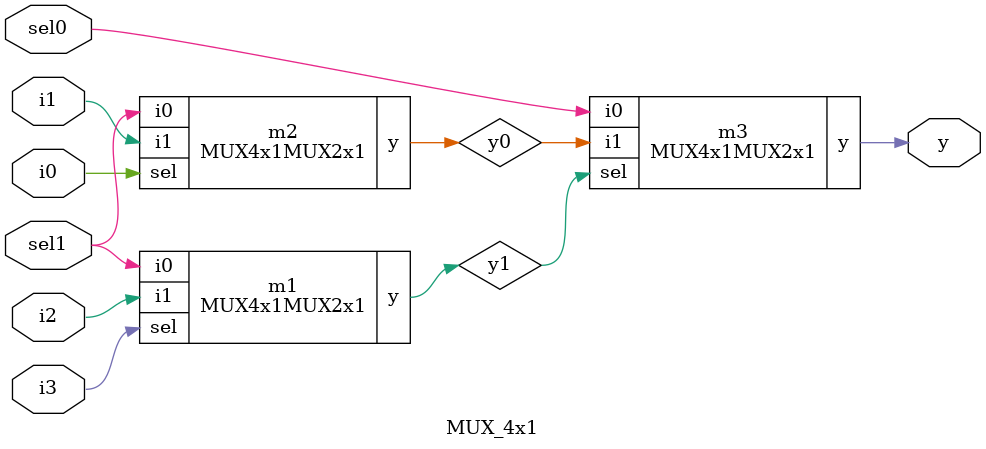
<source format=v>
`timescale 1ns / 1ps


module MUX4x1MUX2x1(input i0,i1,sel, output y  );
assign y=sel? i1:i0;
endmodule

module MUX_4x1(input i0,i1,i2,i3,input sel1,sel0, output y);
wire y0,y1;

MUX4x1MUX2x1 m1(sel1,i2,i3,y1);
MUX4x1MUX2x1 m2(sel1,i1,i0,y0);
MUX4x1MUX2x1 m3(sel0,y0,y1,y);
endmodule


</source>
